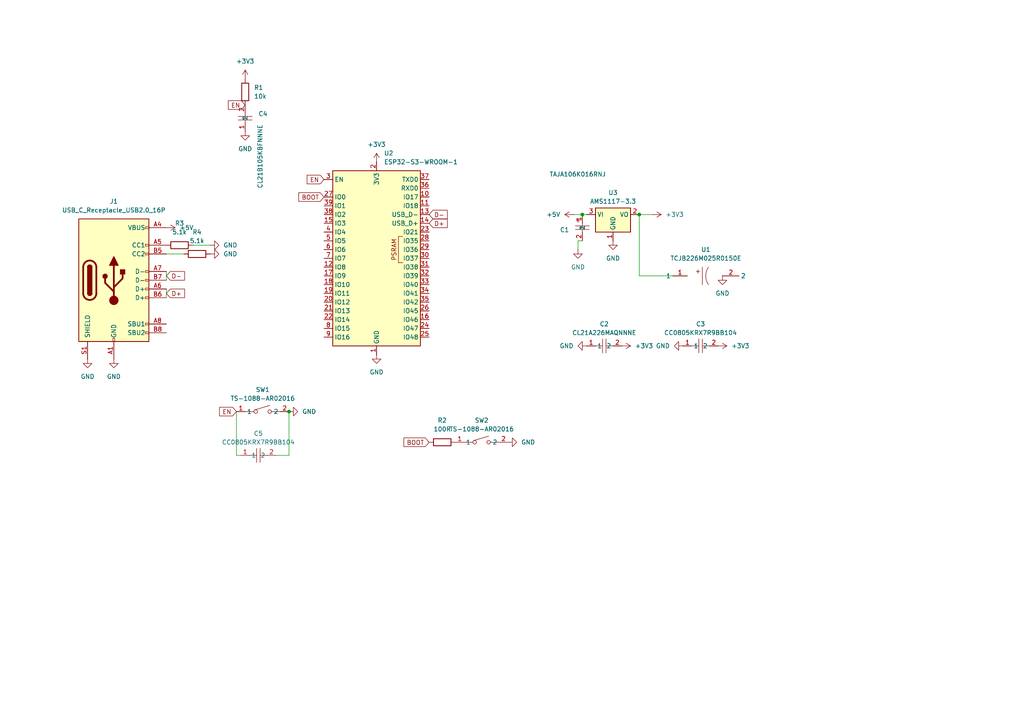
<source format=kicad_sch>
(kicad_sch (version 20250114) (generator "eeschema") (generator_version "9.0")
  (paper "A4")
  (lib_symbols
    (symbol "Connector:USB_C_Receptacle_USB2.0_16P" (pin_names (offset 1.016))
      (property "Reference" "J" (at 0 22.225 0))
      (property "Value" "USB_C_Receptacle_USB2.0_16P" (at 0 19.685 0))
      (symbol "USB_C_Receptacle_USB2.0_16P_0_0"
        (rectangle (start -0.254 -17.78) (end 0.254 -16.764))
        (rectangle (start 10.16 15.494) (end 9.144 14.986))
        (rectangle (start 10.16 10.414) (end 9.144 9.906))
        (rectangle (start 10.16 7.874) (end 9.144 7.366))
        (rectangle (start 10.16 2.794) (end 9.144 2.286))
        (rectangle (start 10.16 0.254) (end 9.144 -0.254))
        (rectangle (start 10.16 -2.286) (end 9.144 -2.794))
        (rectangle (start 10.16 -4.826) (end 9.144 -5.334))
        (rectangle (start 10.16 -12.446) (end 9.144 -12.954))
        (rectangle (start 10.16 -14.986) (end 9.144 -15.494))
      )
      (symbol "USB_C_Receptacle_USB2.0_16P_0_1"
        (rectangle (start -10.16 17.78) (end 10.16 -17.78) (stroke (width 0.254)) (fill (type background)))
        (polyline (pts (xy -8.89 -3.81) (xy -8.89 3.81)) (stroke (width 0.508)))
        (rectangle (start -7.62 -3.81) (end -6.35 3.81) (stroke (width 0.254)) (fill (type outline)))
        (arc (start -7.62 3.81) (mid -6.985 4.4423) (end -6.35 3.81) (stroke (width 0.254)))
        (arc (start -7.62 3.81) (mid -6.985 4.4423) (end -6.35 3.81) (stroke (width 0.254)) (fill (type outline)))
        (arc (start -8.89 3.81) (mid -6.985 5.7067) (end -5.08 3.81) (stroke (width 0.508)))
        (arc (start -5.08 -3.81) (mid -6.985 -5.7067) (end -8.89 -3.81) (stroke (width 0.508)))
        (arc (start -6.35 -3.81) (mid -6.985 -4.4423) (end -7.62 -3.81) (stroke (width 0.254)))
        (arc (start -6.35 -3.81) (mid -6.985 -4.4423) (end -7.62 -3.81) (stroke (width 0.254)) (fill (type outline)))
        (polyline (pts (xy -5.08 3.81) (xy -5.08 -3.81)) (stroke (width 0.508)))
        (circle (center -2.54 1.143) (radius 0.635) (stroke (width 0.254)) (fill (type outline)))
        (polyline (pts (xy -1.27 4.318) (xy 0 6.858) (xy 1.27 4.318) (xy -1.27 4.318)) (stroke (width 0.254)) (fill (type outline)))
        (polyline (pts (xy 0 -2.032) (xy 2.54 0.508) (xy 2.54 1.778)) (stroke (width 0.508)))
        (polyline (pts (xy 0 -3.302) (xy -2.54 -0.762) (xy -2.54 0.508)) (stroke (width 0.508)))
        (polyline (pts (xy 0 -5.842) (xy 0 4.318)) (stroke (width 0.508)))
        (circle (center 0 -5.842) (radius 1.27) (fill (type outline)))
        (rectangle (start 1.905 1.778) (end 3.175 3.048) (stroke (width 0.254)) (fill (type outline)))
      )
      (symbol "USB_C_Receptacle_USB2.0_16P_1_1"
        (pin passive line (at -7.62 -22.86 90) (length 5.08) (name "SHIELD") (number "S1"))
        (pin passive line (at 0 -22.86 90) (length 5.08) (name "GND") (number "A1"))
        (pin passive line (at 0 -22.86 90) (length 5.08) (hide yes) (name "GND") (number "A12"))
        (pin passive line (at 0 -22.86 90) (length 5.08) (hide yes) (name "GND") (number "B1"))
        (pin passive line (at 0 -22.86 90) (length 5.08) (hide yes) (name "GND") (number "B12"))
        (pin passive line (at 15.24 15.24 180) (length 5.08) (name "VBUS") (number "A4"))
        (pin passive line (at 15.24 15.24 180) (length 5.08) (hide yes) (name "VBUS") (number "A9"))
        (pin passive line (at 15.24 15.24 180) (length 5.08) (hide yes) (name "VBUS") (number "B4"))
        (pin passive line (at 15.24 15.24 180) (length 5.08) (hide yes) (name "VBUS") (number "B9"))
        (pin bidirectional line (at 15.24 10.16 180) (length 5.08) (name "CC1") (number "A5"))
        (pin bidirectional line (at 15.24 7.62 180) (length 5.08) (name "CC2") (number "B5"))
        (pin bidirectional line (at 15.24 2.54 180) (length 5.08) (name "D-") (number "A7"))
        (pin bidirectional line (at 15.24 0 180) (length 5.08) (name "D-") (number "B7"))
        (pin bidirectional line (at 15.24 -2.54 180) (length 5.08) (name "D+") (number "A6"))
        (pin bidirectional line (at 15.24 -5.08 180) (length 5.08) (name "D+") (number "B6"))
        (pin bidirectional line (at 15.24 -12.7 180) (length 5.08) (name "SBU1") (number "A8"))
        (pin bidirectional line (at 15.24 -15.24 180) (length 5.08) (name "SBU2") (number "B8"))
      )
    )
    (symbol "Device:R" (pin_numbers (hide yes)) (pin_names (offset 0))
      (property "Reference" "R" (at 2.032 0 90))
      (property "Value" "R" (at 0 0 90))
      (symbol "R_0_1"
        (rectangle (start -1.016 -2.54) (end 1.016 2.54) (stroke (width 0.254)))
      )
      (symbol "R_1_1"
        (pin passive line (at 0 3.81 270) (length 1.27) (name "~") (number "1"))
        (pin passive line (at 0 -3.81 90) (length 1.27) (name "~") (number "2"))
      )
    )
    (symbol "RF_Module:ESP32-S3-WROOM-1"
      (property "Reference" "U" (at -12.7 26.67 0))
      (property "Value" "ESP32-S3-WROOM-1" (at 12.7 26.67 0))
      (symbol "ESP32-S3-WROOM-1_0_0"
        (rectangle (start -12.7 25.4) (end 12.7 -25.4) (stroke (width 0.254)) (fill (type background)))
        (text "PSRAM" (at 5.08 2.54 900) (effects (font (size 1.27 1.27))))
      )
      (symbol "ESP32-S3-WROOM-1_0_1"
        (polyline (pts (xy 7.62 -1.27) (xy 6.35 -1.27) (xy 6.35 6.35) (xy 7.62 6.35)))
      )
      (symbol "ESP32-S3-WROOM-1_1_1"
        (pin input line (at -15.24 22.86 0) (length 2.54) (name "EN") (number "3"))
        (pin bidirectional line (at -15.24 17.78 0) (length 2.54) (name "IO0") (number "27"))
        (pin bidirectional line (at -15.24 15.24 0) (length 2.54) (name "IO1") (number "39"))
        (pin bidirectional line (at -15.24 12.7 0) (length 2.54) (name "IO2") (number "38"))
        (pin bidirectional line (at -15.24 10.16 0) (length 2.54) (name "IO3") (number "15"))
        (pin bidirectional line (at -15.24 7.62 0) (length 2.54) (name "IO4") (number "4"))
        (pin bidirectional line (at -15.24 5.08 0) (length 2.54) (name "IO5") (number "5"))
        (pin bidirectional line (at -15.24 2.54 0) (length 2.54) (name "IO6") (number "6"))
        (pin bidirectional line (at -15.24 0 0) (length 2.54) (name "IO7") (number "7"))
        (pin bidirectional line (at -15.24 -2.54 0) (length 2.54) (name "IO8") (number "12"))
        (pin bidirectional line (at -15.24 -5.08 0) (length 2.54) (name "IO9") (number "17"))
        (pin bidirectional line (at -15.24 -7.62 0) (length 2.54) (name "IO10") (number "18"))
        (pin bidirectional line (at -15.24 -10.16 0) (length 2.54) (name "IO11") (number "19"))
        (pin bidirectional line (at -15.24 -12.7 0) (length 2.54) (name "IO12") (number "20"))
        (pin bidirectional line (at -15.24 -15.24 0) (length 2.54) (name "IO13") (number "21"))
        (pin bidirectional line (at -15.24 -17.78 0) (length 2.54) (name "IO14") (number "22"))
        (pin bidirectional line (at -15.24 -20.32 0) (length 2.54) (name "IO15") (number "8"))
        (pin bidirectional line (at -15.24 -22.86 0) (length 2.54) (name "IO16") (number "9"))
        (pin power_in line (at 0 27.94 270) (length 2.54) (name "3V3") (number "2"))
        (pin power_in line (at 0 -27.94 90) (length 2.54) (name "GND") (number "1"))
        (pin passive line (at 0 -27.94 90) (length 2.54) (hide yes) (name "GND") (number "40"))
        (pin passive line (at 0 -27.94 90) (length 2.54) (hide yes) (name "GND") (number "41"))
        (pin bidirectional line (at 15.24 22.86 180) (length 2.54) (name "TXD0") (number "37"))
        (pin bidirectional line (at 15.24 20.32 180) (length 2.54) (name "RXD0") (number "36"))
        (pin bidirectional line (at 15.24 17.78 180) (length 2.54) (name "IO17") (number "10"))
        (pin bidirectional line (at 15.24 15.24 180) (length 2.54) (name "IO18") (number "11"))
        (pin bidirectional line (at 15.24 12.7 180) (length 2.54) (name "USB_D-") (number "13"))
        (pin bidirectional line (at 15.24 10.16 180) (length 2.54) (name "USB_D+") (number "14"))
        (pin bidirectional line (at 15.24 7.62 180) (length 2.54) (name "IO21") (number "23"))
        (pin bidirectional line (at 15.24 5.08 180) (length 2.54) (name "IO35") (number "28"))
        (pin bidirectional line (at 15.24 2.54 180) (length 2.54) (name "IO36") (number "29"))
        (pin bidirectional line (at 15.24 0 180) (length 2.54) (name "IO37") (number "30"))
        (pin bidirectional line (at 15.24 -2.54 180) (length 2.54) (name "IO38") (number "31"))
        (pin bidirectional line (at 15.24 -5.08 180) (length 2.54) (name "IO39") (number "32"))
        (pin bidirectional line (at 15.24 -7.62 180) (length 2.54) (name "IO40") (number "33"))
        (pin bidirectional line (at 15.24 -10.16 180) (length 2.54) (name "IO41") (number "34"))
        (pin bidirectional line (at 15.24 -12.7 180) (length 2.54) (name "IO42") (number "35"))
        (pin bidirectional line (at 15.24 -15.24 180) (length 2.54) (name "IO45") (number "26"))
        (pin bidirectional line (at 15.24 -17.78 180) (length 2.54) (name "IO46") (number "16"))
        (pin bidirectional line (at 15.24 -20.32 180) (length 2.54) (name "IO47") (number "24"))
        (pin bidirectional line (at 15.24 -22.86 180) (length 2.54) (name "IO48") (number "25"))
      )
    )
    (symbol "Regulator_Linear:AMS1117-3.3"
      (property "Reference" "U" (at -3.81 3.175 0))
      (property "Value" "AMS1117-3.3" (at 0 3.175 0))
      (symbol "AMS1117-3.3_0_1"
        (rectangle (start -5.08 -5.08) (end 5.08 1.905) (stroke (width 0.254)) (fill (type background)))
      )
      (symbol "AMS1117-3.3_1_1"
        (pin power_in line (at -7.62 0 0) (length 2.54) (name "VI") (number "3"))
        (pin power_in line (at 0 -7.62 90) (length 2.54) (name "GND") (number "1"))
        (pin power_out line (at 7.62 0 180) (length 2.54) (name "VO") (number "2"))
      )
    )
    (symbol "easyeda2kicad:CC0805KRX7R9BB104"
      (property "Reference" "C" (at 0 5.08 0))
      (property "Value" "CC0805KRX7R9BB104" (at 0 -5.08 0))
      (symbol "CC0805KRX7R9BB104_0_1"
        (polyline (pts (xy -0.51 0) (xy -2.54 0)))
        (polyline (pts (xy -0.51 -2.03) (xy -0.51 2.03)))
        (polyline (pts (xy 0.51 2.03) (xy 0.51 -2.03)))
        (polyline (pts (xy 2.54 0) (xy 0.51 0)))
        (pin unspecified line (at -5.08 0 0) (length 2.54) (name "1") (number "1"))
        (pin unspecified line (at 5.08 0 180) (length 2.54) (name "2") (number "2"))
      )
    )
    (symbol "easyeda2kicad:CL21A226MAQNNNE"
      (property "Reference" "C" (at 0 5.08 0))
      (property "Value" "CL21A226MAQNNNE" (at 0 -5.08 0))
      (symbol "CL21A226MAQNNNE_0_1"
        (polyline (pts (xy -0.51 0) (xy -2.54 0)))
        (polyline (pts (xy -0.51 -2.03) (xy -0.51 2.03)))
        (polyline (pts (xy 0.51 2.03) (xy 0.51 -2.03)))
        (polyline (pts (xy 2.54 0) (xy 0.51 0)))
        (pin unspecified line (at -5.08 0 0) (length 2.54) (name "1") (number "1"))
        (pin unspecified line (at 5.08 0 180) (length 2.54) (name "2") (number "2"))
      )
    )
    (symbol "easyeda2kicad:CL21B105KBFNNNE"
      (property "Reference" "C" (at 0 5.08 0))
      (property "Value" "CL21B105KBFNNNE" (at 0 -5.08 0))
      (symbol "CL21B105KBFNNNE_0_1"
        (polyline (pts (xy -1.27 0) (xy -0.51 0)))
        (polyline (pts (xy -0.51 2.03) (xy -0.51 -2.03)))
        (polyline (pts (xy 0.51 2.03) (xy 0.51 -2.03)))
        (polyline (pts (xy 0.51 0) (xy 1.27 0)))
        (pin input line (at -3.81 0 0) (length 2.54) (name "1") (number "1"))
        (pin input line (at 3.81 0 180) (length 2.54) (name "2") (number "2"))
      )
    )
    (symbol "easyeda2kicad:TAJA106K016RNJ"
      (property "Reference" "C" (at 0 5.08 0))
      (property "Value" "TAJA106K016RNJ" (at 0 -5.08 0))
      (symbol "TAJA106K016RNJ_0_1"
        (polyline (pts (xy -0.51 0) (xy -1.27 0)))
        (polyline (pts (xy -0.51 -2.03) (xy -0.51 2.03)))
        (polyline (pts (xy 0.51 -2.03) (xy 0.51 2.03)))
        (polyline (pts (xy 1.27 0) (xy 0.51 0)))
        (polyline (pts (xy 1.52 1.27) (xy 2.54 1.27)))
        (polyline (pts (xy 2.03 1.78) (xy 2.03 0.76)))
        (pin input line (at -3.81 0 0) (length 2.54) (name "2") (number "2"))
        (pin input line (at 3.81 0 180) (length 2.54) (name "1") (number "1"))
      )
    )
    (symbol "easyeda2kicad:TCJB226M025R0150E"
      (property "Reference" "U" (at 0 5.08 0))
      (property "Value" "TCJB226M025R0150E" (at 0 -5.08 0))
      (symbol "TCJB226M025R0150E_0_1"
        (rectangle (start -2.54 1.27) (end -1.52 1.27) (fill (type background)))
        (rectangle (start -2.03 1.78) (end -2.03 0.76) (fill (type background)))
        (polyline (pts (xy -0.76 2.54) (xy -0.76 -2.54)))
        (arc (start 1.02 -2.54) (mid 0.4229 -1.3343) (end 0.25 0))
        (arc (start 0.25 0) (mid 0.4258 1.3334) (end 1.02 2.54))
        (pin unspecified line (at -5.08 0 180) (length 4.318) (name "1") (number "1"))
        (pin unspecified line (at 5.08 0 0) (length 4.826) (name "2") (number "2"))
      )
    )
    (symbol "easyeda2kicad:TS-1088-AR02016"
      (property "Reference" "SW" (at 0 5.08 0))
      (property "Value" "TS-1088-AR02016" (at 0 -5.08 0))
      (symbol "TS-1088-AR02016_0_1"
        (polyline (pts (xy -5.08 0) (xy -2.54 0)))
        (polyline (pts (xy -2.29 0.51) (xy 2.03 1.78)))
        (circle (center -2.03 0) (radius 0.51))
        (circle (center 2.03 0) (radius 0.51))
        (polyline (pts (xy 5.08 0) (xy 2.54 0)))
        (pin unspecified line (at -7.62 0 0) (length 2.54) (name "1") (number "1"))
        (pin unspecified line (at 7.62 0 180) (length 2.54) (name "2") (number "2"))
      )
    )
    (symbol "power:+3V3" (power) (pin_numbers (hide yes)) (pin_names (offset 0) (hide yes))
      (property "Value" "+3V3" (at 0 3.556 0))
      (symbol "+3V3_0_1"
        (polyline (pts (xy -0.762 1.27) (xy 0 2.54)))
        (polyline (pts (xy 0 2.54) (xy 0.762 1.27)))
        (polyline (pts (xy 0 0) (xy 0 2.54)))
      )
      (symbol "+3V3_1_1"
        (pin power_in line (at 0 0 90) (length 0) (name "~") (number "1"))
      )
    )
    (symbol "power:+5V" (power) (pin_numbers (hide yes)) (pin_names (offset 0) (hide yes))
      (property "Value" "+5V" (at 0 3.556 0))
      (symbol "+5V_0_1"
        (polyline (pts (xy -0.762 1.27) (xy 0 2.54)))
        (polyline (pts (xy 0 2.54) (xy 0.762 1.27)))
        (polyline (pts (xy 0 0) (xy 0 2.54)))
      )
      (symbol "+5V_1_1"
        (pin power_in line (at 0 0 90) (length 0) (name "~") (number "1"))
      )
    )
    (symbol "power:GND" (power) (pin_numbers (hide yes)) (pin_names (offset 0) (hide yes))
      (property "Value" "GND" (at 0 -3.81 0))
      (symbol "GND_0_1"
        (polyline (pts (xy 0 0) (xy 0 -1.27) (xy 1.27 -1.27) (xy 0 -2.54) (xy -1.27 -1.27) (xy 0 -1.27)))
      )
      (symbol "GND_1_1"
        (pin power_in line (at 0 0 270) (length 0) (name "~") (number "1"))
      )
    )
  )
  (junction (at 168.91 62.23))
  (junction (at 83.82 119.38))
  (junction (at 185.42 62.23))
  (wire (pts (xy 185.42 80.01) (xy 185.42 62.23)))
  (wire (pts (xy 166.37 62.23) (xy 168.91 62.23)))
  (wire (pts (xy 189.23 62.23) (xy 185.42 62.23)))
  (wire (pts (xy 55.88 71.12) (xy 60.96 71.12)))
  (wire (pts (xy 48.26 73.66) (xy 53.34 73.66)))
  (wire (pts (xy 199.39 80.01) (xy 185.42 80.01)))
  (wire (pts (xy 68.58 132.08) (xy 69.85 132.08)))
  (wire (pts (xy 80.01 132.08) (xy 83.82 132.08)))
  (wire (pts (xy 167.64 69.85) (xy 167.64 72.39)))
  (wire (pts (xy 48.26 83.82) (xy 48.26 86.36)))
  (wire (pts (xy 83.82 132.08) (xy 83.82 119.38)))
  (wire (pts (xy 48.26 78.74) (xy 48.26 81.28)))
  (wire (pts (xy 168.91 69.85) (xy 167.64 69.85)))
  (wire (pts (xy 68.58 119.38) (xy 68.58 132.08)))
  (wire (pts (xy 168.91 62.23) (xy 170.18 62.23)))
  (global_label "EN" (shape input) (at 71.12 30.48 180) (property "Intersheetrefs" "${INTERSHEET_REFS}" (effects (hide yes))))
  (global_label "D-" (shape input) (at 48.26 80.01 0) (property "Intersheetrefs" "${INTERSHEET_REFS}" (effects (hide yes))))
  (global_label "EN" (shape input) (at 93.98 52.07 180) (property "Intersheetrefs" "${INTERSHEET_REFS}" (effects (hide yes))))
  (global_label "BOOT" (shape input) (at 124.46 128.27 180) (property "Intersheetrefs" "${INTERSHEET_REFS}" (effects (hide yes))))
  (global_label "BOOT" (shape input) (at 93.98 57.15 180) (property "Intersheetrefs" "${INTERSHEET_REFS}" (effects (hide yes))))
  (global_label "D+" (shape input) (at 48.26 85.09 0) (property "Intersheetrefs" "${INTERSHEET_REFS}" (effects (hide yes))))
  (global_label "D-" (shape input) (at 124.46 62.23 0) (property "Intersheetrefs" "${INTERSHEET_REFS}" (effects (hide yes))))
  (global_label "EN" (shape input) (at 68.58 119.38 180) (property "Intersheetrefs" "${INTERSHEET_REFS}" (effects (hide yes))))
  (global_label "D+" (shape input) (at 124.46 64.77 0) (property "Intersheetrefs" "${INTERSHEET_REFS}" (effects (hide yes))))
  (symbol (lib_id "power:GND") (at 33.02 104.14 0) (unit 1)
    (property "Reference" "#PWR018" (effects (hide yes)))
    (property "Value" "GND" (at 33.02 109.22 0))
    (property "Description" "Power symbol creates a global label with name \"GND\" , ground" (effects (hide yes)))
  )
  (symbol (lib_id "easyeda2kicad:TCJB226M025R0150E") (at 204.47 80.01 0) (unit 1)
    (property "Reference" "U1" (at 204.724 72.39 0))
    (property "Value" "TCJB226M025R0150E" (at 204.724 74.93 0))
    (property "Footprint" "easyeda2kicad:CAP-SMD_L3.5-W2.8-FD" (effects (hide yes)))
    (property "LCSC Part" "C2160823" (effects (hide yes)))
  )
  (symbol (lib_id "power:+3V3") (at 189.23 62.23 270) (unit 1)
    (property "Reference" "#PWR04" (effects (hide yes)))
    (property "Value" "+3V3" (at 193.04 62.2299 90) (effects (justify left)))
    (property "Description" "Power symbol creates a global label with name \"+3V3\"" (effects (hide yes)))
  )
  (symbol (lib_id "Regulator_Linear:AMS1117-3.3") (at 177.8 62.23 0) (unit 1)
    (property "Reference" "U3" (at 177.8 55.88 0))
    (property "Value" "AMS1117-3.3" (at 177.8 58.42 0))
    (property "Footprint" "Package_TO_SOT_SMD:SOT-223-3_TabPin2" (effects (hide yes)))
    (property "Datasheet" "http://www.advanced-monolithic.com/pdf/ds1117.pdf" (effects (hide yes)))
    (property "Description" "1A Low Dropout regulator, positive, 3.3V fixed output, SOT-223" (effects (hide yes)))
  )
  (symbol (lib_id "Device:R") (at 128.27 128.27 90) (unit 1)
    (property "Reference" "R2" (at 128.27 121.92 90))
    (property "Value" "100R" (at 128.27 124.46 90))
    (property "Footprint" "Resistor_SMD:R_0805_2012Metric" (effects (hide yes)))
    (property "Description" "Resistor" (effects (hide yes)))
  )
  (symbol (lib_id "power:GND") (at 177.8 69.85 0) (unit 1)
    (property "Reference" "#PWR06" (effects (hide yes)))
    (property "Value" "GND" (at 177.8 74.93 0))
    (property "Description" "Power symbol creates a global label with name \"GND\" , ground" (effects (hide yes)))
  )
  (symbol (lib_id "power:+3V3") (at 208.28 100.33 270) (unit 1)
    (property "Reference" "#PWR011" (effects (hide yes)))
    (property "Value" "+3V3" (at 212.09 100.3299 90) (effects (justify left)))
    (property "Description" "Power symbol creates a global label with name \"+3V3\"" (effects (hide yes)))
  )
  (symbol (lib_id "RF_Module:ESP32-S3-WROOM-1") (at 109.22 74.93 0) (unit 1)
    (property "Reference" "U2" (at 111.3633 44.45 0) (effects (justify left)))
    (property "Value" "ESP32-S3-WROOM-1" (at 111.3633 46.99 0) (effects (justify left)))
    (property "Footprint" "RF_Module:ESP32-S3-WROOM-1" (effects (hide yes)))
    (property "Datasheet" "https://www.espressif.com/sites/default/files/documentation/esp32-s3-wroom-1_wroom-1u_datasheet_en.pdf" (effects (hide yes)))
    (property "Description" "RF Module, ESP32-S3 SoC, Wi-Fi 802.11b/g/n, Bluetooth, BLE, 32-bit, 3.3V, onboard antenna, SMD" (effects (hide yes)))
  )
  (symbol (lib_id "power:GND") (at 109.22 102.87 0) (unit 1)
    (property "Reference" "#PWR02" (effects (hide yes)))
    (property "Value" "GND" (at 109.22 107.95 0))
    (property "Description" "Power symbol creates a global label with name \"GND\" , ground" (effects (hide yes)))
  )
  (symbol (lib_id "power:+3V3") (at 180.34 100.33 270) (unit 1)
    (property "Reference" "#PWR08" (effects (hide yes)))
    (property "Value" "+3V3" (at 184.15 100.3299 90) (effects (justify left)))
    (property "Description" "Power symbol creates a global label with name \"+3V3\"" (effects (hide yes)))
  )
  (symbol (lib_id "power:GND") (at 83.82 119.38 90) (unit 1)
    (property "Reference" "#PWR014" (effects (hide yes)))
    (property "Value" "GND" (at 87.63 119.3799 90) (effects (justify right)))
    (property "Description" "Power symbol creates a global label with name \"GND\" , ground" (effects (hide yes)))
  )
  (symbol (lib_id "easyeda2kicad:TS-1088-AR02016") (at 76.2 119.38 0) (unit 1)
    (property "Reference" "SW1" (at 76.2 113.03 0))
    (property "Value" "TS-1088-AR02016" (at 76.2 115.57 0))
    (property "Footprint" "easyeda2kicad:SW-SMD_L3.9-W3.0-P4.45" (effects (hide yes)))
    (property "Datasheet" "https://lcsc.com/product-detail/Tactile-Switches_XUNPU-TS-1088-AR02016_C720477.html" (effects (hide yes)))
    (property "LCSC Part" "C720477" (effects (hide yes)))
  )
  (symbol (lib_id "power:GND") (at 60.96 73.66 90) (unit 1)
    (property "Reference" "#PWR016" (effects (hide yes)))
    (property "Value" "GND" (at 64.77 73.6599 90) (effects (justify right)))
    (property "Description" "Power symbol creates a global label with name \"GND\" , ground" (effects (hide yes)))
  )
  (symbol (lib_id "power:GND") (at 170.18 100.33 270) (unit 1)
    (property "Reference" "#PWR09" (effects (hide yes)))
    (property "Value" "GND" (at 166.37 100.3299 90) (effects (justify right)))
    (property "Description" "Power symbol creates a global label with name \"GND\" , ground" (effects (hide yes)))
  )
  (symbol (lib_id "power:GND") (at 167.64 72.39 0) (unit 1)
    (property "Reference" "#PWR05" (effects (hide yes)))
    (property "Value" "GND" (at 167.64 77.47 0))
    (property "Description" "Power symbol creates a global label with name \"GND\" , ground" (effects (hide yes)))
  )
  (symbol (lib_id "easyeda2kicad:TAJA106K016RNJ") (at 168.91 66.04 90) (unit 1)
    (property "Reference" "C1" (at 165.1 66.6751 90) (effects (justify left)))
    (property "Value" "TAJA106K016RNJ" (at 175.768 50.546 90) (effects (justify left)))
    (property "Footprint" "easyeda2kicad:CAP-SMD_L3.2-W1.6-RD-C7171" (effects (hide yes)))
    (property "Datasheet" "https://lcsc.com/product-detail/Tantalum-Capacitors_AVX_TAJA106K016RNJ_10uF-106-10-16V_C7171.html" (effects (hide yes)))
    (property "LCSC Part" "C7171" (effects (hide yes)))
  )
  (symbol (lib_id "power:+3V3") (at 109.22 46.99 0) (unit 1)
    (property "Reference" "#PWR01" (effects (hide yes)))
    (property "Value" "+3V3" (at 109.22 41.91 0))
    (property "Description" "Power symbol creates a global label with name \"+3V3\"" (effects (hide yes)))
  )
  (symbol (lib_id "power:+5V") (at 48.26 66.04 270) (unit 1)
    (property "Reference" "#PWR020" (effects (hide yes)))
    (property "Value" "+5V" (at 52.07 66.0399 90) (effects (justify left)))
    (property "Description" "Power symbol creates a global label with name \"+5V\"" (effects (hide yes)))
  )
  (symbol (lib_id "power:+3V3") (at 71.12 22.86 0) (unit 1)
    (property "Reference" "#PWR012" (effects (hide yes)))
    (property "Value" "+3V3" (at 71.12 17.78 0))
    (property "Description" "Power symbol creates a global label with name \"+3V3\"" (effects (hide yes)))
  )
  (symbol (lib_id "easyeda2kicad:CL21A226MAQNNNE") (at 175.26 100.33 0) (unit 1)
    (property "Reference" "C2" (at 175.26 93.98 0))
    (property "Value" "CL21A226MAQNNNE" (at 175.26 96.52 0))
    (property "Footprint" "easyeda2kicad:C0805" (effects (hide yes)))
    (property "Datasheet" "https://lcsc.com/product-detail/Multilayer-Ceramic-Capacitors-MLCC-SMD-SMT_SAMSUNG_CL21A226MAQNNNE_22uF-226-20-25V_C45783.html" (effects (hide yes)))
    (property "LCSC Part" "C45783" (effects (hide yes)))
  )
  (symbol (lib_id "power:GND") (at 198.12 100.33 270) (unit 1)
    (property "Reference" "#PWR010" (effects (hide yes)))
    (property "Value" "GND" (at 194.31 100.3299 90) (effects (justify right)))
    (property "Description" "Power symbol creates a global label with name \"GND\" , ground" (effects (hide yes)))
  )
  (symbol (lib_id "Device:R") (at 71.12 26.67 0) (unit 1)
    (property "Reference" "R1" (at 73.66 25.3999 0) (effects (justify left)))
    (property "Value" "10k" (at 73.66 27.9399 0) (effects (justify left)))
    (property "Footprint" "Resistor_SMD:R_0805_2012Metric" (effects (hide yes)))
    (property "Description" "Resistor" (effects (hide yes)))
  )
  (symbol (lib_id "power:+5V") (at 166.37 62.23 90) (unit 1)
    (property "Reference" "#PWR03" (effects (hide yes)))
    (property "Value" "+5V" (at 162.56 62.2299 90) (effects (justify left)))
    (property "Description" "Power symbol creates a global label with name \"+5V\"" (effects (hide yes)))
  )
  (symbol (lib_id "easyeda2kicad:CL21B105KBFNNNE") (at 71.12 34.29 90) (unit 1)
    (property "Reference" "C4" (at 74.93 33.0199 90) (effects (justify right)))
    (property "Value" "CL21B105KBFNNNE" (at 75.438 36.068 0) (effects (justify right)))
    (property "Footprint" "easyeda2kicad:C0805" (effects (hide yes)))
    (property "Datasheet" "https://lcsc.com/product-detail/Multilayer-Ceramic-Capacitors-MLCC-SMD-SMT_SAMSUNG_CL21B105KBFNNNE_1uF-105-10-50V_C28323.html" (effects (hide yes)))
    (property "LCSC Part" "C28323" (effects (hide yes)))
  )
  (symbol (lib_id "power:GND") (at 60.96 71.12 90) (unit 1)
    (property "Reference" "#PWR017" (effects (hide yes)))
    (property "Value" "GND" (at 64.77 71.1199 90) (effects (justify right)))
    (property "Description" "Power symbol creates a global label with name \"GND\" , ground" (effects (hide yes)))
  )
  (symbol (lib_id "Device:R") (at 52.07 71.12 90) (unit 1)
    (property "Reference" "R3" (at 52.07 64.77 90))
    (property "Value" "5.1k" (at 52.07 67.31 90))
    (property "Footprint" "Resistor_SMD:R_0805_2012Metric" (effects (hide yes)))
    (property "Description" "Resistor" (effects (hide yes)))
  )
  (symbol (lib_id "easyeda2kicad:CC0805KRX7R9BB104") (at 203.2 100.33 0) (unit 1)
    (property "Reference" "C3" (at 203.2 93.98 0))
    (property "Value" "CC0805KRX7R9BB104" (at 203.2 96.52 0))
    (property "Footprint" "easyeda2kicad:C0805" (effects (hide yes)))
    (property "Datasheet" "https://lcsc.com/product-detail/Multilayer-Ceramic-Capacitors-MLCC-SMD-SMT_100nF-104-10-50V_C49678.html" (effects (hide yes)))
    (property "LCSC Part" "C49678" (effects (hide yes)))
  )
  (symbol (lib_id "easyeda2kicad:CC0805KRX7R9BB104") (at 74.93 132.08 0) (unit 1)
    (property "Reference" "C5" (at 74.93 125.73 0))
    (property "Value" "CC0805KRX7R9BB104" (at 74.93 128.27 0))
    (property "Footprint" "easyeda2kicad:C0805" (effects (hide yes)))
    (property "Datasheet" "https://lcsc.com/product-detail/Multilayer-Ceramic-Capacitors-MLCC-SMD-SMT_100nF-104-10-50V_C49678.html" (effects (hide yes)))
    (property "LCSC Part" "C49678" (effects (hide yes)))
  )
  (symbol (lib_id "power:GND") (at 71.12 38.1 0) (unit 1)
    (property "Reference" "#PWR013" (effects (hide yes)))
    (property "Value" "GND" (at 71.12 43.18 0))
    (property "Description" "Power symbol creates a global label with name \"GND\" , ground" (effects (hide yes)))
  )
  (symbol (lib_id "Connector:USB_C_Receptacle_USB2.0_16P") (at 33.02 81.28 0) (unit 1)
    (property "Reference" "J1" (at 33.02 58.42 0))
    (property "Value" "USB_C_Receptacle_USB2.0_16P" (at 33.02 60.96 0))
    (property "Footprint" "Connector_USB:USB_C_Receptacle_GCT_USB4105-xx-A_16P_TopMnt_Horizontal" (effects (hide yes)))
    (property "Datasheet" "https://www.usb.org/sites/default/files/documents/usb_type-c.zip" (effects (hide yes)))
    (property "Description" "USB 2.0-only 16P Type-C Receptacle connector" (effects (hide yes)))
  )
  (symbol (lib_id "power:GND") (at 25.4 104.14 0) (unit 1)
    (property "Reference" "#PWR019" (effects (hide yes)))
    (property "Value" "GND" (at 25.4 109.22 0))
    (property "Description" "Power symbol creates a global label with name \"GND\" , ground" (effects (hide yes)))
  )
  (symbol (lib_id "power:GND") (at 147.32 128.27 90) (unit 1)
    (property "Reference" "#PWR015" (effects (hide yes)))
    (property "Value" "GND" (at 151.13 128.2699 90) (effects (justify right)))
    (property "Description" "Power symbol creates a global label with name \"GND\" , ground" (effects (hide yes)))
  )
  (symbol (lib_id "easyeda2kicad:TS-1088-AR02016") (at 139.7 128.27 0) (unit 1)
    (property "Reference" "SW2" (at 139.7 121.92 0))
    (property "Value" "TS-1088-AR02016" (at 139.7 124.46 0))
    (property "Footprint" "easyeda2kicad:SW-SMD_L3.9-W3.0-P4.45" (effects (hide yes)))
    (property "Datasheet" "https://lcsc.com/product-detail/Tactile-Switches_XUNPU-TS-1088-AR02016_C720477.html" (effects (hide yes)))
    (property "LCSC Part" "C720477" (effects (hide yes)))
  )
  (symbol (lib_id "Device:R") (at 57.15 73.66 90) (unit 1)
    (property "Reference" "R4" (at 57.15 67.31 90))
    (property "Value" "5.1k" (at 57.15 69.85 90))
    (property "Footprint" "Resistor_SMD:R_0805_2012Metric" (effects (hide yes)))
    (property "Description" "Resistor" (effects (hide yes)))
  )
  (symbol (lib_id "power:GND") (at 209.55 80.01 0) (unit 1)
    (property "Reference" "#PWR07" (effects (hide yes)))
    (property "Value" "GND" (at 209.55 85.09 0))
    (property "Description" "Power symbol creates a global label with name \"GND\" , ground" (effects (hide yes)))
  )
)
</source>
